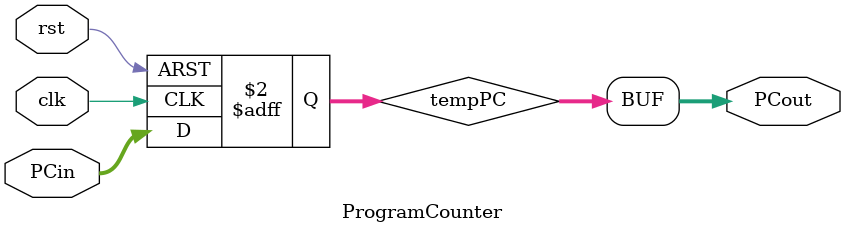
<source format=sv>
`timescale 1ns / 1ps


module ProgramCounter(
                      input  logic        clk,
                      input  logic        rst,
                      input  logic [31:0] PCin, 
                      output logic [31:0] PCout
  );
  
logic [31:0] tempPC;
 
always_ff @(posedge clk or posedge rst) begin
    if(rst) begin
    tempPC <= 32'd0;
    end else begin
    tempPC  <= PCin;
    end
end

assign PCout = tempPC;

endmodule

</source>
